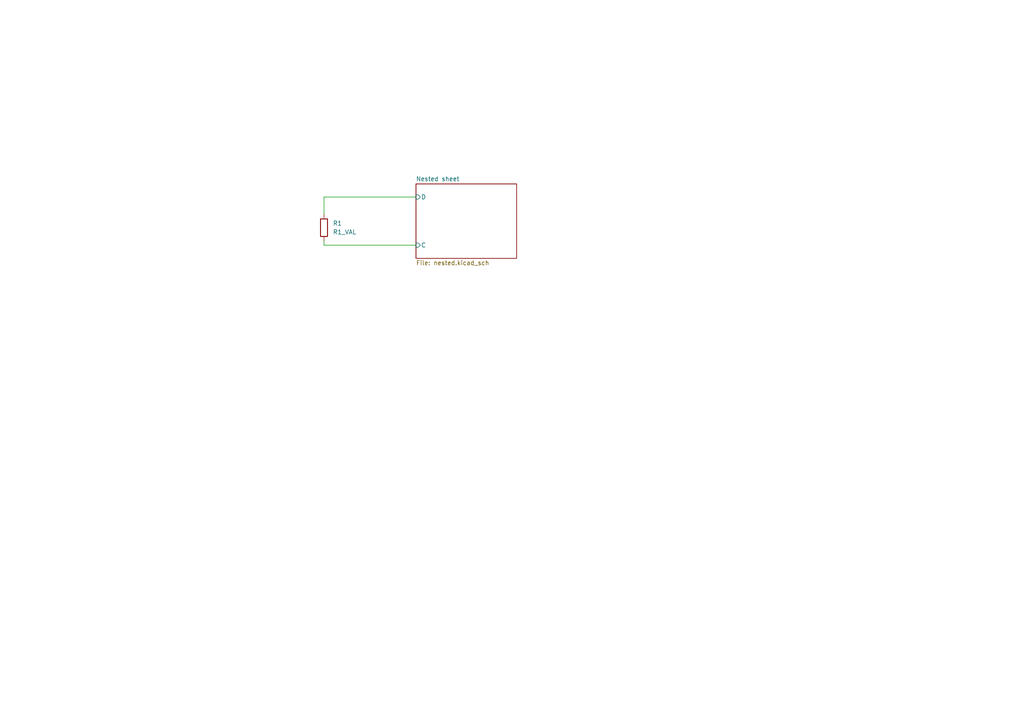
<source format=kicad_sch>
(kicad_sch (version 20210621) (generator eeschema)
  (paper "A4")
  (lib_symbols
    (symbol "Device:R" (pin_numbers hide) (pin_names (offset 0))
      (property "Reference" "R" (at 2.032 0 90))
      (property "Value" "R" (at 0 0 90))
      (symbol "R_0_1"
        (rectangle (start -1.016 -2.54) (end 1.016 2.54) (stroke (width 0.254)))
      )
      (symbol "R_1_1"
        (pin passive line (at 0 3.81 270) (length 1.27) (name "~") (number "1"))
        (pin passive line (at 0 -3.81 90) (length 1.27) (name "~") (number "2"))
      )
    )
  )
  (wire (pts (xy 120.65 71.12) (xy 93.98 71.12)))
  (wire (pts (xy 93.98 71.12) (xy 93.98 69.85)))
  (wire (pts (xy 93.98 57.15) (xy 93.98 62.23)))
  (wire (pts (xy 120.65 57.15) (xy 93.98 57.15)))
  (symbol (lib_id "Device:R") (at 93.98 66.04 0) (unit 1)
    (property "Reference" "R1" (at 96.52 64.7699 0) (effects (justify left)))
    (property "Value" "R1_VAL" (at 96.52 67.3099 0) (effects (justify left)))
    (property "Footprint" "Resistor_SMD:R_0603_1608Metric" (effects hide))
    (property "LCSC" "LCSC_R1" (effects hide))
  )
  (sheet (at 120.65 53.34) (size 29.21 21.59) (stroke (width 0.1524))
    (property "Sheet name" "Nested sheet" (at 120.65 52.6284 0) (effects (justify left bottom)))
    (property "Sheet file" "nested.kicad_sch" (at 120.65 75.5146 0) (effects (justify left top)))
    (pin "D" input (at 120.65 57.15 180))
    (pin "C" input (at 120.65 71.12 180))
  )
)
</source>
